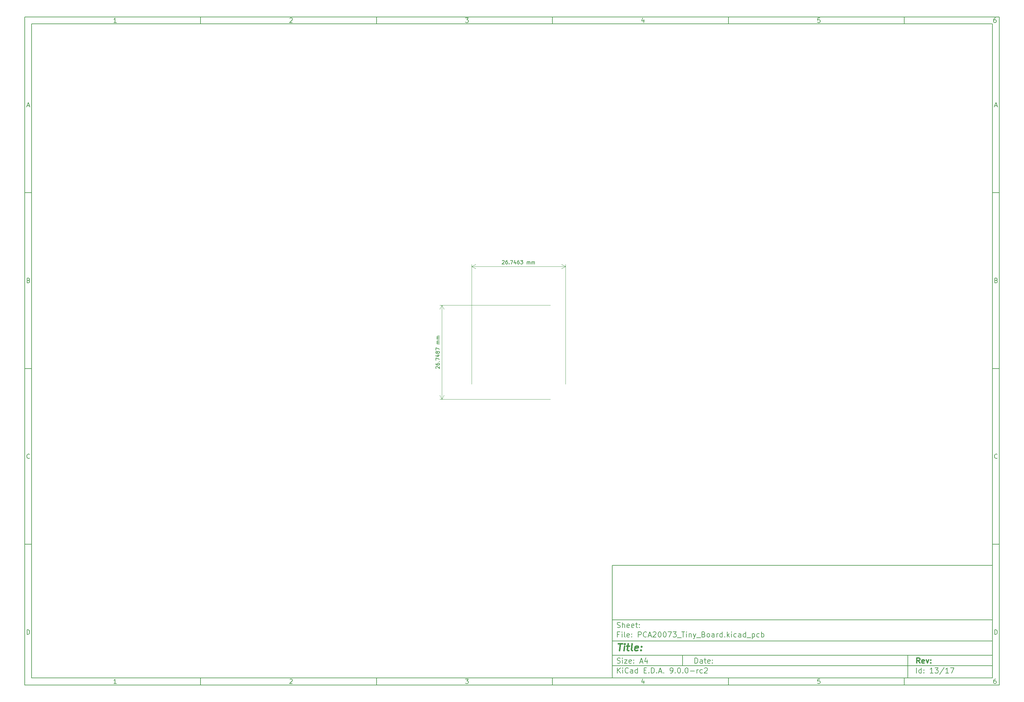
<source format=gbr>
G04 #@! TF.GenerationSoftware,KiCad,Pcbnew,9.0.0-rc2-3baa6cd791~182~ubuntu24.04.1*
G04 #@! TF.CreationDate,2025-02-06T23:09:26-05:00*
G04 #@! TF.ProjectId,PCA20073_Tiny_Board,50434132-3030-4373-935f-54696e795f42,rev?*
G04 #@! TF.SameCoordinates,PX82a22f1PY713a4f2*
G04 #@! TF.FileFunction,OtherDrawing,Comment*
%FSLAX46Y46*%
G04 Gerber Fmt 4.6, Leading zero omitted, Abs format (unit mm)*
G04 Created by KiCad (PCBNEW 9.0.0-rc2-3baa6cd791~182~ubuntu24.04.1) date 2025-02-06 23:09:26*
%MOMM*%
%LPD*%
G01*
G04 APERTURE LIST*
%ADD10C,0.100000*%
%ADD11C,0.150000*%
%ADD12C,0.300000*%
%ADD13C,0.400000*%
G04 APERTURE END LIST*
D10*
D11*
X40023015Y-47279278D02*
X148023015Y-47279278D01*
X148023015Y-79279278D01*
X40023015Y-79279278D01*
X40023015Y-47279278D01*
D10*
D11*
X-126979185Y108727922D02*
X150023015Y108727922D01*
X150023015Y-81279278D01*
X-126979185Y-81279278D01*
X-126979185Y108727922D01*
D10*
D11*
X-124979185Y106727922D02*
X148023015Y106727922D01*
X148023015Y-79279278D01*
X-124979185Y-79279278D01*
X-124979185Y106727922D01*
D10*
D11*
X-76979185Y106727922D02*
X-76979185Y108727922D01*
D10*
D11*
X-26979185Y106727922D02*
X-26979185Y108727922D01*
D10*
D11*
X23020815Y106727922D02*
X23020815Y108727922D01*
D10*
D11*
X73020815Y106727922D02*
X73020815Y108727922D01*
D10*
D11*
X123020815Y106727922D02*
X123020815Y108727922D01*
D10*
D11*
X-100890025Y107134318D02*
X-101632882Y107134318D01*
X-101261454Y107134318D02*
X-101261454Y108434318D01*
X-101261454Y108434318D02*
X-101385263Y108248603D01*
X-101385263Y108248603D02*
X-101509073Y108124794D01*
X-101509073Y108124794D02*
X-101632882Y108062889D01*
D10*
D11*
X-51632882Y108310508D02*
X-51570978Y108372413D01*
X-51570978Y108372413D02*
X-51447168Y108434318D01*
X-51447168Y108434318D02*
X-51137644Y108434318D01*
X-51137644Y108434318D02*
X-51013835Y108372413D01*
X-51013835Y108372413D02*
X-50951930Y108310508D01*
X-50951930Y108310508D02*
X-50890025Y108186699D01*
X-50890025Y108186699D02*
X-50890025Y108062889D01*
X-50890025Y108062889D02*
X-50951930Y107877175D01*
X-50951930Y107877175D02*
X-51694787Y107134318D01*
X-51694787Y107134318D02*
X-50890025Y107134318D01*
D10*
D11*
X-1694787Y108434318D02*
X-890025Y108434318D01*
X-890025Y108434318D02*
X-1323359Y107939080D01*
X-1323359Y107939080D02*
X-1137644Y107939080D01*
X-1137644Y107939080D02*
X-1013835Y107877175D01*
X-1013835Y107877175D02*
X-951930Y107815270D01*
X-951930Y107815270D02*
X-890025Y107691461D01*
X-890025Y107691461D02*
X-890025Y107381937D01*
X-890025Y107381937D02*
X-951930Y107258127D01*
X-951930Y107258127D02*
X-1013835Y107196222D01*
X-1013835Y107196222D02*
X-1137644Y107134318D01*
X-1137644Y107134318D02*
X-1509073Y107134318D01*
X-1509073Y107134318D02*
X-1632882Y107196222D01*
X-1632882Y107196222D02*
X-1694787Y107258127D01*
D10*
D11*
X48986165Y108000984D02*
X48986165Y107134318D01*
X48676641Y108496222D02*
X48367118Y107567651D01*
X48367118Y107567651D02*
X49171879Y107567651D01*
D10*
D11*
X99048070Y108434318D02*
X98429022Y108434318D01*
X98429022Y108434318D02*
X98367118Y107815270D01*
X98367118Y107815270D02*
X98429022Y107877175D01*
X98429022Y107877175D02*
X98552832Y107939080D01*
X98552832Y107939080D02*
X98862356Y107939080D01*
X98862356Y107939080D02*
X98986165Y107877175D01*
X98986165Y107877175D02*
X99048070Y107815270D01*
X99048070Y107815270D02*
X99109975Y107691461D01*
X99109975Y107691461D02*
X99109975Y107381937D01*
X99109975Y107381937D02*
X99048070Y107258127D01*
X99048070Y107258127D02*
X98986165Y107196222D01*
X98986165Y107196222D02*
X98862356Y107134318D01*
X98862356Y107134318D02*
X98552832Y107134318D01*
X98552832Y107134318D02*
X98429022Y107196222D01*
X98429022Y107196222D02*
X98367118Y107258127D01*
D10*
D11*
X148986165Y108434318D02*
X148738546Y108434318D01*
X148738546Y108434318D02*
X148614737Y108372413D01*
X148614737Y108372413D02*
X148552832Y108310508D01*
X148552832Y108310508D02*
X148429022Y108124794D01*
X148429022Y108124794D02*
X148367118Y107877175D01*
X148367118Y107877175D02*
X148367118Y107381937D01*
X148367118Y107381937D02*
X148429022Y107258127D01*
X148429022Y107258127D02*
X148490927Y107196222D01*
X148490927Y107196222D02*
X148614737Y107134318D01*
X148614737Y107134318D02*
X148862356Y107134318D01*
X148862356Y107134318D02*
X148986165Y107196222D01*
X148986165Y107196222D02*
X149048070Y107258127D01*
X149048070Y107258127D02*
X149109975Y107381937D01*
X149109975Y107381937D02*
X149109975Y107691461D01*
X149109975Y107691461D02*
X149048070Y107815270D01*
X149048070Y107815270D02*
X148986165Y107877175D01*
X148986165Y107877175D02*
X148862356Y107939080D01*
X148862356Y107939080D02*
X148614737Y107939080D01*
X148614737Y107939080D02*
X148490927Y107877175D01*
X148490927Y107877175D02*
X148429022Y107815270D01*
X148429022Y107815270D02*
X148367118Y107691461D01*
D10*
D11*
X-76979185Y-79279278D02*
X-76979185Y-81279278D01*
D10*
D11*
X-26979185Y-79279278D02*
X-26979185Y-81279278D01*
D10*
D11*
X23020815Y-79279278D02*
X23020815Y-81279278D01*
D10*
D11*
X73020815Y-79279278D02*
X73020815Y-81279278D01*
D10*
D11*
X123020815Y-79279278D02*
X123020815Y-81279278D01*
D10*
D11*
X-100890025Y-80872882D02*
X-101632882Y-80872882D01*
X-101261454Y-80872882D02*
X-101261454Y-79572882D01*
X-101261454Y-79572882D02*
X-101385263Y-79758597D01*
X-101385263Y-79758597D02*
X-101509073Y-79882406D01*
X-101509073Y-79882406D02*
X-101632882Y-79944311D01*
D10*
D11*
X-51632882Y-79696692D02*
X-51570978Y-79634787D01*
X-51570978Y-79634787D02*
X-51447168Y-79572882D01*
X-51447168Y-79572882D02*
X-51137644Y-79572882D01*
X-51137644Y-79572882D02*
X-51013835Y-79634787D01*
X-51013835Y-79634787D02*
X-50951930Y-79696692D01*
X-50951930Y-79696692D02*
X-50890025Y-79820501D01*
X-50890025Y-79820501D02*
X-50890025Y-79944311D01*
X-50890025Y-79944311D02*
X-50951930Y-80130025D01*
X-50951930Y-80130025D02*
X-51694787Y-80872882D01*
X-51694787Y-80872882D02*
X-50890025Y-80872882D01*
D10*
D11*
X-1694787Y-79572882D02*
X-890025Y-79572882D01*
X-890025Y-79572882D02*
X-1323359Y-80068120D01*
X-1323359Y-80068120D02*
X-1137644Y-80068120D01*
X-1137644Y-80068120D02*
X-1013835Y-80130025D01*
X-1013835Y-80130025D02*
X-951930Y-80191930D01*
X-951930Y-80191930D02*
X-890025Y-80315739D01*
X-890025Y-80315739D02*
X-890025Y-80625263D01*
X-890025Y-80625263D02*
X-951930Y-80749073D01*
X-951930Y-80749073D02*
X-1013835Y-80810978D01*
X-1013835Y-80810978D02*
X-1137644Y-80872882D01*
X-1137644Y-80872882D02*
X-1509073Y-80872882D01*
X-1509073Y-80872882D02*
X-1632882Y-80810978D01*
X-1632882Y-80810978D02*
X-1694787Y-80749073D01*
D10*
D11*
X48986165Y-80006216D02*
X48986165Y-80872882D01*
X48676641Y-79510978D02*
X48367118Y-80439549D01*
X48367118Y-80439549D02*
X49171879Y-80439549D01*
D10*
D11*
X99048070Y-79572882D02*
X98429022Y-79572882D01*
X98429022Y-79572882D02*
X98367118Y-80191930D01*
X98367118Y-80191930D02*
X98429022Y-80130025D01*
X98429022Y-80130025D02*
X98552832Y-80068120D01*
X98552832Y-80068120D02*
X98862356Y-80068120D01*
X98862356Y-80068120D02*
X98986165Y-80130025D01*
X98986165Y-80130025D02*
X99048070Y-80191930D01*
X99048070Y-80191930D02*
X99109975Y-80315739D01*
X99109975Y-80315739D02*
X99109975Y-80625263D01*
X99109975Y-80625263D02*
X99048070Y-80749073D01*
X99048070Y-80749073D02*
X98986165Y-80810978D01*
X98986165Y-80810978D02*
X98862356Y-80872882D01*
X98862356Y-80872882D02*
X98552832Y-80872882D01*
X98552832Y-80872882D02*
X98429022Y-80810978D01*
X98429022Y-80810978D02*
X98367118Y-80749073D01*
D10*
D11*
X148986165Y-79572882D02*
X148738546Y-79572882D01*
X148738546Y-79572882D02*
X148614737Y-79634787D01*
X148614737Y-79634787D02*
X148552832Y-79696692D01*
X148552832Y-79696692D02*
X148429022Y-79882406D01*
X148429022Y-79882406D02*
X148367118Y-80130025D01*
X148367118Y-80130025D02*
X148367118Y-80625263D01*
X148367118Y-80625263D02*
X148429022Y-80749073D01*
X148429022Y-80749073D02*
X148490927Y-80810978D01*
X148490927Y-80810978D02*
X148614737Y-80872882D01*
X148614737Y-80872882D02*
X148862356Y-80872882D01*
X148862356Y-80872882D02*
X148986165Y-80810978D01*
X148986165Y-80810978D02*
X149048070Y-80749073D01*
X149048070Y-80749073D02*
X149109975Y-80625263D01*
X149109975Y-80625263D02*
X149109975Y-80315739D01*
X149109975Y-80315739D02*
X149048070Y-80191930D01*
X149048070Y-80191930D02*
X148986165Y-80130025D01*
X148986165Y-80130025D02*
X148862356Y-80068120D01*
X148862356Y-80068120D02*
X148614737Y-80068120D01*
X148614737Y-80068120D02*
X148490927Y-80130025D01*
X148490927Y-80130025D02*
X148429022Y-80191930D01*
X148429022Y-80191930D02*
X148367118Y-80315739D01*
D10*
D11*
X-126979185Y58727922D02*
X-124979185Y58727922D01*
D10*
D11*
X-126979185Y8727922D02*
X-124979185Y8727922D01*
D10*
D11*
X-126979185Y-41272078D02*
X-124979185Y-41272078D01*
D10*
D11*
X-126288709Y83505746D02*
X-125669662Y83505746D01*
X-126412519Y83134318D02*
X-125979186Y84434318D01*
X-125979186Y84434318D02*
X-125545852Y83134318D01*
D10*
D11*
X-125886328Y33815270D02*
X-125700614Y33753365D01*
X-125700614Y33753365D02*
X-125638709Y33691461D01*
X-125638709Y33691461D02*
X-125576805Y33567651D01*
X-125576805Y33567651D02*
X-125576805Y33381937D01*
X-125576805Y33381937D02*
X-125638709Y33258127D01*
X-125638709Y33258127D02*
X-125700614Y33196222D01*
X-125700614Y33196222D02*
X-125824424Y33134318D01*
X-125824424Y33134318D02*
X-126319662Y33134318D01*
X-126319662Y33134318D02*
X-126319662Y34434318D01*
X-126319662Y34434318D02*
X-125886328Y34434318D01*
X-125886328Y34434318D02*
X-125762519Y34372413D01*
X-125762519Y34372413D02*
X-125700614Y34310508D01*
X-125700614Y34310508D02*
X-125638709Y34186699D01*
X-125638709Y34186699D02*
X-125638709Y34062889D01*
X-125638709Y34062889D02*
X-125700614Y33939080D01*
X-125700614Y33939080D02*
X-125762519Y33877175D01*
X-125762519Y33877175D02*
X-125886328Y33815270D01*
X-125886328Y33815270D02*
X-126319662Y33815270D01*
D10*
D11*
X-125576805Y-16741873D02*
X-125638709Y-16803778D01*
X-125638709Y-16803778D02*
X-125824424Y-16865682D01*
X-125824424Y-16865682D02*
X-125948233Y-16865682D01*
X-125948233Y-16865682D02*
X-126133947Y-16803778D01*
X-126133947Y-16803778D02*
X-126257757Y-16679968D01*
X-126257757Y-16679968D02*
X-126319662Y-16556158D01*
X-126319662Y-16556158D02*
X-126381566Y-16308539D01*
X-126381566Y-16308539D02*
X-126381566Y-16122825D01*
X-126381566Y-16122825D02*
X-126319662Y-15875206D01*
X-126319662Y-15875206D02*
X-126257757Y-15751397D01*
X-126257757Y-15751397D02*
X-126133947Y-15627587D01*
X-126133947Y-15627587D02*
X-125948233Y-15565682D01*
X-125948233Y-15565682D02*
X-125824424Y-15565682D01*
X-125824424Y-15565682D02*
X-125638709Y-15627587D01*
X-125638709Y-15627587D02*
X-125576805Y-15689492D01*
D10*
D11*
X-126319662Y-66865682D02*
X-126319662Y-65565682D01*
X-126319662Y-65565682D02*
X-126010138Y-65565682D01*
X-126010138Y-65565682D02*
X-125824424Y-65627587D01*
X-125824424Y-65627587D02*
X-125700614Y-65751397D01*
X-125700614Y-65751397D02*
X-125638709Y-65875206D01*
X-125638709Y-65875206D02*
X-125576805Y-66122825D01*
X-125576805Y-66122825D02*
X-125576805Y-66308539D01*
X-125576805Y-66308539D02*
X-125638709Y-66556158D01*
X-125638709Y-66556158D02*
X-125700614Y-66679968D01*
X-125700614Y-66679968D02*
X-125824424Y-66803778D01*
X-125824424Y-66803778D02*
X-126010138Y-66865682D01*
X-126010138Y-66865682D02*
X-126319662Y-66865682D01*
D10*
D11*
X150023015Y58727922D02*
X148023015Y58727922D01*
D10*
D11*
X150023015Y8727922D02*
X148023015Y8727922D01*
D10*
D11*
X150023015Y-41272078D02*
X148023015Y-41272078D01*
D10*
D11*
X148713491Y83505746D02*
X149332538Y83505746D01*
X148589681Y83134318D02*
X149023014Y84434318D01*
X149023014Y84434318D02*
X149456348Y83134318D01*
D10*
D11*
X149115872Y33815270D02*
X149301586Y33753365D01*
X149301586Y33753365D02*
X149363491Y33691461D01*
X149363491Y33691461D02*
X149425395Y33567651D01*
X149425395Y33567651D02*
X149425395Y33381937D01*
X149425395Y33381937D02*
X149363491Y33258127D01*
X149363491Y33258127D02*
X149301586Y33196222D01*
X149301586Y33196222D02*
X149177776Y33134318D01*
X149177776Y33134318D02*
X148682538Y33134318D01*
X148682538Y33134318D02*
X148682538Y34434318D01*
X148682538Y34434318D02*
X149115872Y34434318D01*
X149115872Y34434318D02*
X149239681Y34372413D01*
X149239681Y34372413D02*
X149301586Y34310508D01*
X149301586Y34310508D02*
X149363491Y34186699D01*
X149363491Y34186699D02*
X149363491Y34062889D01*
X149363491Y34062889D02*
X149301586Y33939080D01*
X149301586Y33939080D02*
X149239681Y33877175D01*
X149239681Y33877175D02*
X149115872Y33815270D01*
X149115872Y33815270D02*
X148682538Y33815270D01*
D10*
D11*
X149425395Y-16741873D02*
X149363491Y-16803778D01*
X149363491Y-16803778D02*
X149177776Y-16865682D01*
X149177776Y-16865682D02*
X149053967Y-16865682D01*
X149053967Y-16865682D02*
X148868253Y-16803778D01*
X148868253Y-16803778D02*
X148744443Y-16679968D01*
X148744443Y-16679968D02*
X148682538Y-16556158D01*
X148682538Y-16556158D02*
X148620634Y-16308539D01*
X148620634Y-16308539D02*
X148620634Y-16122825D01*
X148620634Y-16122825D02*
X148682538Y-15875206D01*
X148682538Y-15875206D02*
X148744443Y-15751397D01*
X148744443Y-15751397D02*
X148868253Y-15627587D01*
X148868253Y-15627587D02*
X149053967Y-15565682D01*
X149053967Y-15565682D02*
X149177776Y-15565682D01*
X149177776Y-15565682D02*
X149363491Y-15627587D01*
X149363491Y-15627587D02*
X149425395Y-15689492D01*
D10*
D11*
X148682538Y-66865682D02*
X148682538Y-65565682D01*
X148682538Y-65565682D02*
X148992062Y-65565682D01*
X148992062Y-65565682D02*
X149177776Y-65627587D01*
X149177776Y-65627587D02*
X149301586Y-65751397D01*
X149301586Y-65751397D02*
X149363491Y-65875206D01*
X149363491Y-65875206D02*
X149425395Y-66122825D01*
X149425395Y-66122825D02*
X149425395Y-66308539D01*
X149425395Y-66308539D02*
X149363491Y-66556158D01*
X149363491Y-66556158D02*
X149301586Y-66679968D01*
X149301586Y-66679968D02*
X149177776Y-66803778D01*
X149177776Y-66803778D02*
X148992062Y-66865682D01*
X148992062Y-66865682D02*
X148682538Y-66865682D01*
D10*
D11*
X63478841Y-75065406D02*
X63478841Y-73565406D01*
X63478841Y-73565406D02*
X63835984Y-73565406D01*
X63835984Y-73565406D02*
X64050270Y-73636835D01*
X64050270Y-73636835D02*
X64193127Y-73779692D01*
X64193127Y-73779692D02*
X64264556Y-73922549D01*
X64264556Y-73922549D02*
X64335984Y-74208263D01*
X64335984Y-74208263D02*
X64335984Y-74422549D01*
X64335984Y-74422549D02*
X64264556Y-74708263D01*
X64264556Y-74708263D02*
X64193127Y-74851120D01*
X64193127Y-74851120D02*
X64050270Y-74993978D01*
X64050270Y-74993978D02*
X63835984Y-75065406D01*
X63835984Y-75065406D02*
X63478841Y-75065406D01*
X65621699Y-75065406D02*
X65621699Y-74279692D01*
X65621699Y-74279692D02*
X65550270Y-74136835D01*
X65550270Y-74136835D02*
X65407413Y-74065406D01*
X65407413Y-74065406D02*
X65121699Y-74065406D01*
X65121699Y-74065406D02*
X64978841Y-74136835D01*
X65621699Y-74993978D02*
X65478841Y-75065406D01*
X65478841Y-75065406D02*
X65121699Y-75065406D01*
X65121699Y-75065406D02*
X64978841Y-74993978D01*
X64978841Y-74993978D02*
X64907413Y-74851120D01*
X64907413Y-74851120D02*
X64907413Y-74708263D01*
X64907413Y-74708263D02*
X64978841Y-74565406D01*
X64978841Y-74565406D02*
X65121699Y-74493978D01*
X65121699Y-74493978D02*
X65478841Y-74493978D01*
X65478841Y-74493978D02*
X65621699Y-74422549D01*
X66121699Y-74065406D02*
X66693127Y-74065406D01*
X66335984Y-73565406D02*
X66335984Y-74851120D01*
X66335984Y-74851120D02*
X66407413Y-74993978D01*
X66407413Y-74993978D02*
X66550270Y-75065406D01*
X66550270Y-75065406D02*
X66693127Y-75065406D01*
X67764556Y-74993978D02*
X67621699Y-75065406D01*
X67621699Y-75065406D02*
X67335985Y-75065406D01*
X67335985Y-75065406D02*
X67193127Y-74993978D01*
X67193127Y-74993978D02*
X67121699Y-74851120D01*
X67121699Y-74851120D02*
X67121699Y-74279692D01*
X67121699Y-74279692D02*
X67193127Y-74136835D01*
X67193127Y-74136835D02*
X67335985Y-74065406D01*
X67335985Y-74065406D02*
X67621699Y-74065406D01*
X67621699Y-74065406D02*
X67764556Y-74136835D01*
X67764556Y-74136835D02*
X67835985Y-74279692D01*
X67835985Y-74279692D02*
X67835985Y-74422549D01*
X67835985Y-74422549D02*
X67121699Y-74565406D01*
X68478841Y-74922549D02*
X68550270Y-74993978D01*
X68550270Y-74993978D02*
X68478841Y-75065406D01*
X68478841Y-75065406D02*
X68407413Y-74993978D01*
X68407413Y-74993978D02*
X68478841Y-74922549D01*
X68478841Y-74922549D02*
X68478841Y-75065406D01*
X68478841Y-74136835D02*
X68550270Y-74208263D01*
X68550270Y-74208263D02*
X68478841Y-74279692D01*
X68478841Y-74279692D02*
X68407413Y-74208263D01*
X68407413Y-74208263D02*
X68478841Y-74136835D01*
X68478841Y-74136835D02*
X68478841Y-74279692D01*
D10*
D11*
X40023015Y-75779278D02*
X148023015Y-75779278D01*
D10*
D11*
X41478841Y-77865406D02*
X41478841Y-76365406D01*
X42335984Y-77865406D02*
X41693127Y-77008263D01*
X42335984Y-76365406D02*
X41478841Y-77222549D01*
X42978841Y-77865406D02*
X42978841Y-76865406D01*
X42978841Y-76365406D02*
X42907413Y-76436835D01*
X42907413Y-76436835D02*
X42978841Y-76508263D01*
X42978841Y-76508263D02*
X43050270Y-76436835D01*
X43050270Y-76436835D02*
X42978841Y-76365406D01*
X42978841Y-76365406D02*
X42978841Y-76508263D01*
X44550270Y-77722549D02*
X44478842Y-77793978D01*
X44478842Y-77793978D02*
X44264556Y-77865406D01*
X44264556Y-77865406D02*
X44121699Y-77865406D01*
X44121699Y-77865406D02*
X43907413Y-77793978D01*
X43907413Y-77793978D02*
X43764556Y-77651120D01*
X43764556Y-77651120D02*
X43693127Y-77508263D01*
X43693127Y-77508263D02*
X43621699Y-77222549D01*
X43621699Y-77222549D02*
X43621699Y-77008263D01*
X43621699Y-77008263D02*
X43693127Y-76722549D01*
X43693127Y-76722549D02*
X43764556Y-76579692D01*
X43764556Y-76579692D02*
X43907413Y-76436835D01*
X43907413Y-76436835D02*
X44121699Y-76365406D01*
X44121699Y-76365406D02*
X44264556Y-76365406D01*
X44264556Y-76365406D02*
X44478842Y-76436835D01*
X44478842Y-76436835D02*
X44550270Y-76508263D01*
X45835985Y-77865406D02*
X45835985Y-77079692D01*
X45835985Y-77079692D02*
X45764556Y-76936835D01*
X45764556Y-76936835D02*
X45621699Y-76865406D01*
X45621699Y-76865406D02*
X45335985Y-76865406D01*
X45335985Y-76865406D02*
X45193127Y-76936835D01*
X45835985Y-77793978D02*
X45693127Y-77865406D01*
X45693127Y-77865406D02*
X45335985Y-77865406D01*
X45335985Y-77865406D02*
X45193127Y-77793978D01*
X45193127Y-77793978D02*
X45121699Y-77651120D01*
X45121699Y-77651120D02*
X45121699Y-77508263D01*
X45121699Y-77508263D02*
X45193127Y-77365406D01*
X45193127Y-77365406D02*
X45335985Y-77293978D01*
X45335985Y-77293978D02*
X45693127Y-77293978D01*
X45693127Y-77293978D02*
X45835985Y-77222549D01*
X47193128Y-77865406D02*
X47193128Y-76365406D01*
X47193128Y-77793978D02*
X47050270Y-77865406D01*
X47050270Y-77865406D02*
X46764556Y-77865406D01*
X46764556Y-77865406D02*
X46621699Y-77793978D01*
X46621699Y-77793978D02*
X46550270Y-77722549D01*
X46550270Y-77722549D02*
X46478842Y-77579692D01*
X46478842Y-77579692D02*
X46478842Y-77151120D01*
X46478842Y-77151120D02*
X46550270Y-77008263D01*
X46550270Y-77008263D02*
X46621699Y-76936835D01*
X46621699Y-76936835D02*
X46764556Y-76865406D01*
X46764556Y-76865406D02*
X47050270Y-76865406D01*
X47050270Y-76865406D02*
X47193128Y-76936835D01*
X49050270Y-77079692D02*
X49550270Y-77079692D01*
X49764556Y-77865406D02*
X49050270Y-77865406D01*
X49050270Y-77865406D02*
X49050270Y-76365406D01*
X49050270Y-76365406D02*
X49764556Y-76365406D01*
X50407413Y-77722549D02*
X50478842Y-77793978D01*
X50478842Y-77793978D02*
X50407413Y-77865406D01*
X50407413Y-77865406D02*
X50335985Y-77793978D01*
X50335985Y-77793978D02*
X50407413Y-77722549D01*
X50407413Y-77722549D02*
X50407413Y-77865406D01*
X51121699Y-77865406D02*
X51121699Y-76365406D01*
X51121699Y-76365406D02*
X51478842Y-76365406D01*
X51478842Y-76365406D02*
X51693128Y-76436835D01*
X51693128Y-76436835D02*
X51835985Y-76579692D01*
X51835985Y-76579692D02*
X51907414Y-76722549D01*
X51907414Y-76722549D02*
X51978842Y-77008263D01*
X51978842Y-77008263D02*
X51978842Y-77222549D01*
X51978842Y-77222549D02*
X51907414Y-77508263D01*
X51907414Y-77508263D02*
X51835985Y-77651120D01*
X51835985Y-77651120D02*
X51693128Y-77793978D01*
X51693128Y-77793978D02*
X51478842Y-77865406D01*
X51478842Y-77865406D02*
X51121699Y-77865406D01*
X52621699Y-77722549D02*
X52693128Y-77793978D01*
X52693128Y-77793978D02*
X52621699Y-77865406D01*
X52621699Y-77865406D02*
X52550271Y-77793978D01*
X52550271Y-77793978D02*
X52621699Y-77722549D01*
X52621699Y-77722549D02*
X52621699Y-77865406D01*
X53264557Y-77436835D02*
X53978843Y-77436835D01*
X53121700Y-77865406D02*
X53621700Y-76365406D01*
X53621700Y-76365406D02*
X54121700Y-77865406D01*
X54621699Y-77722549D02*
X54693128Y-77793978D01*
X54693128Y-77793978D02*
X54621699Y-77865406D01*
X54621699Y-77865406D02*
X54550271Y-77793978D01*
X54550271Y-77793978D02*
X54621699Y-77722549D01*
X54621699Y-77722549D02*
X54621699Y-77865406D01*
X56550271Y-77865406D02*
X56835985Y-77865406D01*
X56835985Y-77865406D02*
X56978842Y-77793978D01*
X56978842Y-77793978D02*
X57050271Y-77722549D01*
X57050271Y-77722549D02*
X57193128Y-77508263D01*
X57193128Y-77508263D02*
X57264557Y-77222549D01*
X57264557Y-77222549D02*
X57264557Y-76651120D01*
X57264557Y-76651120D02*
X57193128Y-76508263D01*
X57193128Y-76508263D02*
X57121700Y-76436835D01*
X57121700Y-76436835D02*
X56978842Y-76365406D01*
X56978842Y-76365406D02*
X56693128Y-76365406D01*
X56693128Y-76365406D02*
X56550271Y-76436835D01*
X56550271Y-76436835D02*
X56478842Y-76508263D01*
X56478842Y-76508263D02*
X56407414Y-76651120D01*
X56407414Y-76651120D02*
X56407414Y-77008263D01*
X56407414Y-77008263D02*
X56478842Y-77151120D01*
X56478842Y-77151120D02*
X56550271Y-77222549D01*
X56550271Y-77222549D02*
X56693128Y-77293978D01*
X56693128Y-77293978D02*
X56978842Y-77293978D01*
X56978842Y-77293978D02*
X57121700Y-77222549D01*
X57121700Y-77222549D02*
X57193128Y-77151120D01*
X57193128Y-77151120D02*
X57264557Y-77008263D01*
X57907413Y-77722549D02*
X57978842Y-77793978D01*
X57978842Y-77793978D02*
X57907413Y-77865406D01*
X57907413Y-77865406D02*
X57835985Y-77793978D01*
X57835985Y-77793978D02*
X57907413Y-77722549D01*
X57907413Y-77722549D02*
X57907413Y-77865406D01*
X58907414Y-76365406D02*
X59050271Y-76365406D01*
X59050271Y-76365406D02*
X59193128Y-76436835D01*
X59193128Y-76436835D02*
X59264557Y-76508263D01*
X59264557Y-76508263D02*
X59335985Y-76651120D01*
X59335985Y-76651120D02*
X59407414Y-76936835D01*
X59407414Y-76936835D02*
X59407414Y-77293978D01*
X59407414Y-77293978D02*
X59335985Y-77579692D01*
X59335985Y-77579692D02*
X59264557Y-77722549D01*
X59264557Y-77722549D02*
X59193128Y-77793978D01*
X59193128Y-77793978D02*
X59050271Y-77865406D01*
X59050271Y-77865406D02*
X58907414Y-77865406D01*
X58907414Y-77865406D02*
X58764557Y-77793978D01*
X58764557Y-77793978D02*
X58693128Y-77722549D01*
X58693128Y-77722549D02*
X58621699Y-77579692D01*
X58621699Y-77579692D02*
X58550271Y-77293978D01*
X58550271Y-77293978D02*
X58550271Y-76936835D01*
X58550271Y-76936835D02*
X58621699Y-76651120D01*
X58621699Y-76651120D02*
X58693128Y-76508263D01*
X58693128Y-76508263D02*
X58764557Y-76436835D01*
X58764557Y-76436835D02*
X58907414Y-76365406D01*
X60050270Y-77722549D02*
X60121699Y-77793978D01*
X60121699Y-77793978D02*
X60050270Y-77865406D01*
X60050270Y-77865406D02*
X59978842Y-77793978D01*
X59978842Y-77793978D02*
X60050270Y-77722549D01*
X60050270Y-77722549D02*
X60050270Y-77865406D01*
X61050271Y-76365406D02*
X61193128Y-76365406D01*
X61193128Y-76365406D02*
X61335985Y-76436835D01*
X61335985Y-76436835D02*
X61407414Y-76508263D01*
X61407414Y-76508263D02*
X61478842Y-76651120D01*
X61478842Y-76651120D02*
X61550271Y-76936835D01*
X61550271Y-76936835D02*
X61550271Y-77293978D01*
X61550271Y-77293978D02*
X61478842Y-77579692D01*
X61478842Y-77579692D02*
X61407414Y-77722549D01*
X61407414Y-77722549D02*
X61335985Y-77793978D01*
X61335985Y-77793978D02*
X61193128Y-77865406D01*
X61193128Y-77865406D02*
X61050271Y-77865406D01*
X61050271Y-77865406D02*
X60907414Y-77793978D01*
X60907414Y-77793978D02*
X60835985Y-77722549D01*
X60835985Y-77722549D02*
X60764556Y-77579692D01*
X60764556Y-77579692D02*
X60693128Y-77293978D01*
X60693128Y-77293978D02*
X60693128Y-76936835D01*
X60693128Y-76936835D02*
X60764556Y-76651120D01*
X60764556Y-76651120D02*
X60835985Y-76508263D01*
X60835985Y-76508263D02*
X60907414Y-76436835D01*
X60907414Y-76436835D02*
X61050271Y-76365406D01*
X62193127Y-77293978D02*
X63335985Y-77293978D01*
X64050270Y-77865406D02*
X64050270Y-76865406D01*
X64050270Y-77151120D02*
X64121699Y-77008263D01*
X64121699Y-77008263D02*
X64193128Y-76936835D01*
X64193128Y-76936835D02*
X64335985Y-76865406D01*
X64335985Y-76865406D02*
X64478842Y-76865406D01*
X65621699Y-77793978D02*
X65478841Y-77865406D01*
X65478841Y-77865406D02*
X65193127Y-77865406D01*
X65193127Y-77865406D02*
X65050270Y-77793978D01*
X65050270Y-77793978D02*
X64978841Y-77722549D01*
X64978841Y-77722549D02*
X64907413Y-77579692D01*
X64907413Y-77579692D02*
X64907413Y-77151120D01*
X64907413Y-77151120D02*
X64978841Y-77008263D01*
X64978841Y-77008263D02*
X65050270Y-76936835D01*
X65050270Y-76936835D02*
X65193127Y-76865406D01*
X65193127Y-76865406D02*
X65478841Y-76865406D01*
X65478841Y-76865406D02*
X65621699Y-76936835D01*
X66193127Y-76508263D02*
X66264555Y-76436835D01*
X66264555Y-76436835D02*
X66407413Y-76365406D01*
X66407413Y-76365406D02*
X66764555Y-76365406D01*
X66764555Y-76365406D02*
X66907413Y-76436835D01*
X66907413Y-76436835D02*
X66978841Y-76508263D01*
X66978841Y-76508263D02*
X67050270Y-76651120D01*
X67050270Y-76651120D02*
X67050270Y-76793978D01*
X67050270Y-76793978D02*
X66978841Y-77008263D01*
X66978841Y-77008263D02*
X66121698Y-77865406D01*
X66121698Y-77865406D02*
X67050270Y-77865406D01*
D10*
D11*
X40023015Y-72779278D02*
X148023015Y-72779278D01*
D10*
D12*
X127434668Y-75057606D02*
X126934668Y-74343320D01*
X126577525Y-75057606D02*
X126577525Y-73557606D01*
X126577525Y-73557606D02*
X127148954Y-73557606D01*
X127148954Y-73557606D02*
X127291811Y-73629035D01*
X127291811Y-73629035D02*
X127363240Y-73700463D01*
X127363240Y-73700463D02*
X127434668Y-73843320D01*
X127434668Y-73843320D02*
X127434668Y-74057606D01*
X127434668Y-74057606D02*
X127363240Y-74200463D01*
X127363240Y-74200463D02*
X127291811Y-74271892D01*
X127291811Y-74271892D02*
X127148954Y-74343320D01*
X127148954Y-74343320D02*
X126577525Y-74343320D01*
X128648954Y-74986178D02*
X128506097Y-75057606D01*
X128506097Y-75057606D02*
X128220383Y-75057606D01*
X128220383Y-75057606D02*
X128077525Y-74986178D01*
X128077525Y-74986178D02*
X128006097Y-74843320D01*
X128006097Y-74843320D02*
X128006097Y-74271892D01*
X128006097Y-74271892D02*
X128077525Y-74129035D01*
X128077525Y-74129035D02*
X128220383Y-74057606D01*
X128220383Y-74057606D02*
X128506097Y-74057606D01*
X128506097Y-74057606D02*
X128648954Y-74129035D01*
X128648954Y-74129035D02*
X128720383Y-74271892D01*
X128720383Y-74271892D02*
X128720383Y-74414749D01*
X128720383Y-74414749D02*
X128006097Y-74557606D01*
X129220382Y-74057606D02*
X129577525Y-75057606D01*
X129577525Y-75057606D02*
X129934668Y-74057606D01*
X130506096Y-74914749D02*
X130577525Y-74986178D01*
X130577525Y-74986178D02*
X130506096Y-75057606D01*
X130506096Y-75057606D02*
X130434668Y-74986178D01*
X130434668Y-74986178D02*
X130506096Y-74914749D01*
X130506096Y-74914749D02*
X130506096Y-75057606D01*
X130506096Y-74129035D02*
X130577525Y-74200463D01*
X130577525Y-74200463D02*
X130506096Y-74271892D01*
X130506096Y-74271892D02*
X130434668Y-74200463D01*
X130434668Y-74200463D02*
X130506096Y-74129035D01*
X130506096Y-74129035D02*
X130506096Y-74271892D01*
D10*
D11*
X41407413Y-74993978D02*
X41621699Y-75065406D01*
X41621699Y-75065406D02*
X41978841Y-75065406D01*
X41978841Y-75065406D02*
X42121699Y-74993978D01*
X42121699Y-74993978D02*
X42193127Y-74922549D01*
X42193127Y-74922549D02*
X42264556Y-74779692D01*
X42264556Y-74779692D02*
X42264556Y-74636835D01*
X42264556Y-74636835D02*
X42193127Y-74493978D01*
X42193127Y-74493978D02*
X42121699Y-74422549D01*
X42121699Y-74422549D02*
X41978841Y-74351120D01*
X41978841Y-74351120D02*
X41693127Y-74279692D01*
X41693127Y-74279692D02*
X41550270Y-74208263D01*
X41550270Y-74208263D02*
X41478841Y-74136835D01*
X41478841Y-74136835D02*
X41407413Y-73993978D01*
X41407413Y-73993978D02*
X41407413Y-73851120D01*
X41407413Y-73851120D02*
X41478841Y-73708263D01*
X41478841Y-73708263D02*
X41550270Y-73636835D01*
X41550270Y-73636835D02*
X41693127Y-73565406D01*
X41693127Y-73565406D02*
X42050270Y-73565406D01*
X42050270Y-73565406D02*
X42264556Y-73636835D01*
X42907412Y-75065406D02*
X42907412Y-74065406D01*
X42907412Y-73565406D02*
X42835984Y-73636835D01*
X42835984Y-73636835D02*
X42907412Y-73708263D01*
X42907412Y-73708263D02*
X42978841Y-73636835D01*
X42978841Y-73636835D02*
X42907412Y-73565406D01*
X42907412Y-73565406D02*
X42907412Y-73708263D01*
X43478841Y-74065406D02*
X44264556Y-74065406D01*
X44264556Y-74065406D02*
X43478841Y-75065406D01*
X43478841Y-75065406D02*
X44264556Y-75065406D01*
X45407413Y-74993978D02*
X45264556Y-75065406D01*
X45264556Y-75065406D02*
X44978842Y-75065406D01*
X44978842Y-75065406D02*
X44835984Y-74993978D01*
X44835984Y-74993978D02*
X44764556Y-74851120D01*
X44764556Y-74851120D02*
X44764556Y-74279692D01*
X44764556Y-74279692D02*
X44835984Y-74136835D01*
X44835984Y-74136835D02*
X44978842Y-74065406D01*
X44978842Y-74065406D02*
X45264556Y-74065406D01*
X45264556Y-74065406D02*
X45407413Y-74136835D01*
X45407413Y-74136835D02*
X45478842Y-74279692D01*
X45478842Y-74279692D02*
X45478842Y-74422549D01*
X45478842Y-74422549D02*
X44764556Y-74565406D01*
X46121698Y-74922549D02*
X46193127Y-74993978D01*
X46193127Y-74993978D02*
X46121698Y-75065406D01*
X46121698Y-75065406D02*
X46050270Y-74993978D01*
X46050270Y-74993978D02*
X46121698Y-74922549D01*
X46121698Y-74922549D02*
X46121698Y-75065406D01*
X46121698Y-74136835D02*
X46193127Y-74208263D01*
X46193127Y-74208263D02*
X46121698Y-74279692D01*
X46121698Y-74279692D02*
X46050270Y-74208263D01*
X46050270Y-74208263D02*
X46121698Y-74136835D01*
X46121698Y-74136835D02*
X46121698Y-74279692D01*
X47907413Y-74636835D02*
X48621699Y-74636835D01*
X47764556Y-75065406D02*
X48264556Y-73565406D01*
X48264556Y-73565406D02*
X48764556Y-75065406D01*
X49907413Y-74065406D02*
X49907413Y-75065406D01*
X49550270Y-73493978D02*
X49193127Y-74565406D01*
X49193127Y-74565406D02*
X50121698Y-74565406D01*
D10*
D11*
X126478841Y-77865406D02*
X126478841Y-76365406D01*
X127835985Y-77865406D02*
X127835985Y-76365406D01*
X127835985Y-77793978D02*
X127693127Y-77865406D01*
X127693127Y-77865406D02*
X127407413Y-77865406D01*
X127407413Y-77865406D02*
X127264556Y-77793978D01*
X127264556Y-77793978D02*
X127193127Y-77722549D01*
X127193127Y-77722549D02*
X127121699Y-77579692D01*
X127121699Y-77579692D02*
X127121699Y-77151120D01*
X127121699Y-77151120D02*
X127193127Y-77008263D01*
X127193127Y-77008263D02*
X127264556Y-76936835D01*
X127264556Y-76936835D02*
X127407413Y-76865406D01*
X127407413Y-76865406D02*
X127693127Y-76865406D01*
X127693127Y-76865406D02*
X127835985Y-76936835D01*
X128550270Y-77722549D02*
X128621699Y-77793978D01*
X128621699Y-77793978D02*
X128550270Y-77865406D01*
X128550270Y-77865406D02*
X128478842Y-77793978D01*
X128478842Y-77793978D02*
X128550270Y-77722549D01*
X128550270Y-77722549D02*
X128550270Y-77865406D01*
X128550270Y-76936835D02*
X128621699Y-77008263D01*
X128621699Y-77008263D02*
X128550270Y-77079692D01*
X128550270Y-77079692D02*
X128478842Y-77008263D01*
X128478842Y-77008263D02*
X128550270Y-76936835D01*
X128550270Y-76936835D02*
X128550270Y-77079692D01*
X131193128Y-77865406D02*
X130335985Y-77865406D01*
X130764556Y-77865406D02*
X130764556Y-76365406D01*
X130764556Y-76365406D02*
X130621699Y-76579692D01*
X130621699Y-76579692D02*
X130478842Y-76722549D01*
X130478842Y-76722549D02*
X130335985Y-76793978D01*
X131693127Y-76365406D02*
X132621699Y-76365406D01*
X132621699Y-76365406D02*
X132121699Y-76936835D01*
X132121699Y-76936835D02*
X132335984Y-76936835D01*
X132335984Y-76936835D02*
X132478842Y-77008263D01*
X132478842Y-77008263D02*
X132550270Y-77079692D01*
X132550270Y-77079692D02*
X132621699Y-77222549D01*
X132621699Y-77222549D02*
X132621699Y-77579692D01*
X132621699Y-77579692D02*
X132550270Y-77722549D01*
X132550270Y-77722549D02*
X132478842Y-77793978D01*
X132478842Y-77793978D02*
X132335984Y-77865406D01*
X132335984Y-77865406D02*
X131907413Y-77865406D01*
X131907413Y-77865406D02*
X131764556Y-77793978D01*
X131764556Y-77793978D02*
X131693127Y-77722549D01*
X134335984Y-76293978D02*
X133050270Y-78222549D01*
X135621699Y-77865406D02*
X134764556Y-77865406D01*
X135193127Y-77865406D02*
X135193127Y-76365406D01*
X135193127Y-76365406D02*
X135050270Y-76579692D01*
X135050270Y-76579692D02*
X134907413Y-76722549D01*
X134907413Y-76722549D02*
X134764556Y-76793978D01*
X136121698Y-76365406D02*
X137121698Y-76365406D01*
X137121698Y-76365406D02*
X136478841Y-77865406D01*
D10*
D11*
X40023015Y-68779278D02*
X148023015Y-68779278D01*
D10*
D13*
X41714743Y-69483716D02*
X42857600Y-69483716D01*
X42036172Y-71483716D02*
X42286172Y-69483716D01*
X43274267Y-71483716D02*
X43440934Y-70150382D01*
X43524267Y-69483716D02*
X43417124Y-69578954D01*
X43417124Y-69578954D02*
X43500458Y-69674192D01*
X43500458Y-69674192D02*
X43607601Y-69578954D01*
X43607601Y-69578954D02*
X43524267Y-69483716D01*
X43524267Y-69483716D02*
X43500458Y-69674192D01*
X44107601Y-70150382D02*
X44869505Y-70150382D01*
X44476648Y-69483716D02*
X44262363Y-71198001D01*
X44262363Y-71198001D02*
X44333791Y-71388478D01*
X44333791Y-71388478D02*
X44512363Y-71483716D01*
X44512363Y-71483716D02*
X44702839Y-71483716D01*
X45655220Y-71483716D02*
X45476648Y-71388478D01*
X45476648Y-71388478D02*
X45405220Y-71198001D01*
X45405220Y-71198001D02*
X45619505Y-69483716D01*
X47190934Y-71388478D02*
X46988553Y-71483716D01*
X46988553Y-71483716D02*
X46607600Y-71483716D01*
X46607600Y-71483716D02*
X46429029Y-71388478D01*
X46429029Y-71388478D02*
X46357600Y-71198001D01*
X46357600Y-71198001D02*
X46452839Y-70436097D01*
X46452839Y-70436097D02*
X46571886Y-70245620D01*
X46571886Y-70245620D02*
X46774267Y-70150382D01*
X46774267Y-70150382D02*
X47155219Y-70150382D01*
X47155219Y-70150382D02*
X47333791Y-70245620D01*
X47333791Y-70245620D02*
X47405219Y-70436097D01*
X47405219Y-70436097D02*
X47381410Y-70626573D01*
X47381410Y-70626573D02*
X46405219Y-70817049D01*
X48155220Y-71293239D02*
X48238553Y-71388478D01*
X48238553Y-71388478D02*
X48131410Y-71483716D01*
X48131410Y-71483716D02*
X48048077Y-71388478D01*
X48048077Y-71388478D02*
X48155220Y-71293239D01*
X48155220Y-71293239D02*
X48131410Y-71483716D01*
X48286172Y-70245620D02*
X48369505Y-70340858D01*
X48369505Y-70340858D02*
X48262363Y-70436097D01*
X48262363Y-70436097D02*
X48179029Y-70340858D01*
X48179029Y-70340858D02*
X48286172Y-70245620D01*
X48286172Y-70245620D02*
X48262363Y-70436097D01*
D10*
D11*
X41978841Y-66879692D02*
X41478841Y-66879692D01*
X41478841Y-67665406D02*
X41478841Y-66165406D01*
X41478841Y-66165406D02*
X42193127Y-66165406D01*
X42764555Y-67665406D02*
X42764555Y-66665406D01*
X42764555Y-66165406D02*
X42693127Y-66236835D01*
X42693127Y-66236835D02*
X42764555Y-66308263D01*
X42764555Y-66308263D02*
X42835984Y-66236835D01*
X42835984Y-66236835D02*
X42764555Y-66165406D01*
X42764555Y-66165406D02*
X42764555Y-66308263D01*
X43693127Y-67665406D02*
X43550270Y-67593978D01*
X43550270Y-67593978D02*
X43478841Y-67451120D01*
X43478841Y-67451120D02*
X43478841Y-66165406D01*
X44835984Y-67593978D02*
X44693127Y-67665406D01*
X44693127Y-67665406D02*
X44407413Y-67665406D01*
X44407413Y-67665406D02*
X44264555Y-67593978D01*
X44264555Y-67593978D02*
X44193127Y-67451120D01*
X44193127Y-67451120D02*
X44193127Y-66879692D01*
X44193127Y-66879692D02*
X44264555Y-66736835D01*
X44264555Y-66736835D02*
X44407413Y-66665406D01*
X44407413Y-66665406D02*
X44693127Y-66665406D01*
X44693127Y-66665406D02*
X44835984Y-66736835D01*
X44835984Y-66736835D02*
X44907413Y-66879692D01*
X44907413Y-66879692D02*
X44907413Y-67022549D01*
X44907413Y-67022549D02*
X44193127Y-67165406D01*
X45550269Y-67522549D02*
X45621698Y-67593978D01*
X45621698Y-67593978D02*
X45550269Y-67665406D01*
X45550269Y-67665406D02*
X45478841Y-67593978D01*
X45478841Y-67593978D02*
X45550269Y-67522549D01*
X45550269Y-67522549D02*
X45550269Y-67665406D01*
X45550269Y-66736835D02*
X45621698Y-66808263D01*
X45621698Y-66808263D02*
X45550269Y-66879692D01*
X45550269Y-66879692D02*
X45478841Y-66808263D01*
X45478841Y-66808263D02*
X45550269Y-66736835D01*
X45550269Y-66736835D02*
X45550269Y-66879692D01*
X47407412Y-67665406D02*
X47407412Y-66165406D01*
X47407412Y-66165406D02*
X47978841Y-66165406D01*
X47978841Y-66165406D02*
X48121698Y-66236835D01*
X48121698Y-66236835D02*
X48193127Y-66308263D01*
X48193127Y-66308263D02*
X48264555Y-66451120D01*
X48264555Y-66451120D02*
X48264555Y-66665406D01*
X48264555Y-66665406D02*
X48193127Y-66808263D01*
X48193127Y-66808263D02*
X48121698Y-66879692D01*
X48121698Y-66879692D02*
X47978841Y-66951120D01*
X47978841Y-66951120D02*
X47407412Y-66951120D01*
X49764555Y-67522549D02*
X49693127Y-67593978D01*
X49693127Y-67593978D02*
X49478841Y-67665406D01*
X49478841Y-67665406D02*
X49335984Y-67665406D01*
X49335984Y-67665406D02*
X49121698Y-67593978D01*
X49121698Y-67593978D02*
X48978841Y-67451120D01*
X48978841Y-67451120D02*
X48907412Y-67308263D01*
X48907412Y-67308263D02*
X48835984Y-67022549D01*
X48835984Y-67022549D02*
X48835984Y-66808263D01*
X48835984Y-66808263D02*
X48907412Y-66522549D01*
X48907412Y-66522549D02*
X48978841Y-66379692D01*
X48978841Y-66379692D02*
X49121698Y-66236835D01*
X49121698Y-66236835D02*
X49335984Y-66165406D01*
X49335984Y-66165406D02*
X49478841Y-66165406D01*
X49478841Y-66165406D02*
X49693127Y-66236835D01*
X49693127Y-66236835D02*
X49764555Y-66308263D01*
X50335984Y-67236835D02*
X51050270Y-67236835D01*
X50193127Y-67665406D02*
X50693127Y-66165406D01*
X50693127Y-66165406D02*
X51193127Y-67665406D01*
X51621698Y-66308263D02*
X51693126Y-66236835D01*
X51693126Y-66236835D02*
X51835984Y-66165406D01*
X51835984Y-66165406D02*
X52193126Y-66165406D01*
X52193126Y-66165406D02*
X52335984Y-66236835D01*
X52335984Y-66236835D02*
X52407412Y-66308263D01*
X52407412Y-66308263D02*
X52478841Y-66451120D01*
X52478841Y-66451120D02*
X52478841Y-66593978D01*
X52478841Y-66593978D02*
X52407412Y-66808263D01*
X52407412Y-66808263D02*
X51550269Y-67665406D01*
X51550269Y-67665406D02*
X52478841Y-67665406D01*
X53407412Y-66165406D02*
X53550269Y-66165406D01*
X53550269Y-66165406D02*
X53693126Y-66236835D01*
X53693126Y-66236835D02*
X53764555Y-66308263D01*
X53764555Y-66308263D02*
X53835983Y-66451120D01*
X53835983Y-66451120D02*
X53907412Y-66736835D01*
X53907412Y-66736835D02*
X53907412Y-67093978D01*
X53907412Y-67093978D02*
X53835983Y-67379692D01*
X53835983Y-67379692D02*
X53764555Y-67522549D01*
X53764555Y-67522549D02*
X53693126Y-67593978D01*
X53693126Y-67593978D02*
X53550269Y-67665406D01*
X53550269Y-67665406D02*
X53407412Y-67665406D01*
X53407412Y-67665406D02*
X53264555Y-67593978D01*
X53264555Y-67593978D02*
X53193126Y-67522549D01*
X53193126Y-67522549D02*
X53121697Y-67379692D01*
X53121697Y-67379692D02*
X53050269Y-67093978D01*
X53050269Y-67093978D02*
X53050269Y-66736835D01*
X53050269Y-66736835D02*
X53121697Y-66451120D01*
X53121697Y-66451120D02*
X53193126Y-66308263D01*
X53193126Y-66308263D02*
X53264555Y-66236835D01*
X53264555Y-66236835D02*
X53407412Y-66165406D01*
X54835983Y-66165406D02*
X54978840Y-66165406D01*
X54978840Y-66165406D02*
X55121697Y-66236835D01*
X55121697Y-66236835D02*
X55193126Y-66308263D01*
X55193126Y-66308263D02*
X55264554Y-66451120D01*
X55264554Y-66451120D02*
X55335983Y-66736835D01*
X55335983Y-66736835D02*
X55335983Y-67093978D01*
X55335983Y-67093978D02*
X55264554Y-67379692D01*
X55264554Y-67379692D02*
X55193126Y-67522549D01*
X55193126Y-67522549D02*
X55121697Y-67593978D01*
X55121697Y-67593978D02*
X54978840Y-67665406D01*
X54978840Y-67665406D02*
X54835983Y-67665406D01*
X54835983Y-67665406D02*
X54693126Y-67593978D01*
X54693126Y-67593978D02*
X54621697Y-67522549D01*
X54621697Y-67522549D02*
X54550268Y-67379692D01*
X54550268Y-67379692D02*
X54478840Y-67093978D01*
X54478840Y-67093978D02*
X54478840Y-66736835D01*
X54478840Y-66736835D02*
X54550268Y-66451120D01*
X54550268Y-66451120D02*
X54621697Y-66308263D01*
X54621697Y-66308263D02*
X54693126Y-66236835D01*
X54693126Y-66236835D02*
X54835983Y-66165406D01*
X55835982Y-66165406D02*
X56835982Y-66165406D01*
X56835982Y-66165406D02*
X56193125Y-67665406D01*
X57264553Y-66165406D02*
X58193125Y-66165406D01*
X58193125Y-66165406D02*
X57693125Y-66736835D01*
X57693125Y-66736835D02*
X57907410Y-66736835D01*
X57907410Y-66736835D02*
X58050268Y-66808263D01*
X58050268Y-66808263D02*
X58121696Y-66879692D01*
X58121696Y-66879692D02*
X58193125Y-67022549D01*
X58193125Y-67022549D02*
X58193125Y-67379692D01*
X58193125Y-67379692D02*
X58121696Y-67522549D01*
X58121696Y-67522549D02*
X58050268Y-67593978D01*
X58050268Y-67593978D02*
X57907410Y-67665406D01*
X57907410Y-67665406D02*
X57478839Y-67665406D01*
X57478839Y-67665406D02*
X57335982Y-67593978D01*
X57335982Y-67593978D02*
X57264553Y-67522549D01*
X58478839Y-67808263D02*
X59621696Y-67808263D01*
X59764553Y-66165406D02*
X60621696Y-66165406D01*
X60193124Y-67665406D02*
X60193124Y-66165406D01*
X61121695Y-67665406D02*
X61121695Y-66665406D01*
X61121695Y-66165406D02*
X61050267Y-66236835D01*
X61050267Y-66236835D02*
X61121695Y-66308263D01*
X61121695Y-66308263D02*
X61193124Y-66236835D01*
X61193124Y-66236835D02*
X61121695Y-66165406D01*
X61121695Y-66165406D02*
X61121695Y-66308263D01*
X61835981Y-66665406D02*
X61835981Y-67665406D01*
X61835981Y-66808263D02*
X61907410Y-66736835D01*
X61907410Y-66736835D02*
X62050267Y-66665406D01*
X62050267Y-66665406D02*
X62264553Y-66665406D01*
X62264553Y-66665406D02*
X62407410Y-66736835D01*
X62407410Y-66736835D02*
X62478839Y-66879692D01*
X62478839Y-66879692D02*
X62478839Y-67665406D01*
X63050267Y-66665406D02*
X63407410Y-67665406D01*
X63764553Y-66665406D02*
X63407410Y-67665406D01*
X63407410Y-67665406D02*
X63264553Y-68022549D01*
X63264553Y-68022549D02*
X63193124Y-68093978D01*
X63193124Y-68093978D02*
X63050267Y-68165406D01*
X63978839Y-67808263D02*
X65121696Y-67808263D01*
X65978838Y-66879692D02*
X66193124Y-66951120D01*
X66193124Y-66951120D02*
X66264553Y-67022549D01*
X66264553Y-67022549D02*
X66335981Y-67165406D01*
X66335981Y-67165406D02*
X66335981Y-67379692D01*
X66335981Y-67379692D02*
X66264553Y-67522549D01*
X66264553Y-67522549D02*
X66193124Y-67593978D01*
X66193124Y-67593978D02*
X66050267Y-67665406D01*
X66050267Y-67665406D02*
X65478838Y-67665406D01*
X65478838Y-67665406D02*
X65478838Y-66165406D01*
X65478838Y-66165406D02*
X65978838Y-66165406D01*
X65978838Y-66165406D02*
X66121696Y-66236835D01*
X66121696Y-66236835D02*
X66193124Y-66308263D01*
X66193124Y-66308263D02*
X66264553Y-66451120D01*
X66264553Y-66451120D02*
X66264553Y-66593978D01*
X66264553Y-66593978D02*
X66193124Y-66736835D01*
X66193124Y-66736835D02*
X66121696Y-66808263D01*
X66121696Y-66808263D02*
X65978838Y-66879692D01*
X65978838Y-66879692D02*
X65478838Y-66879692D01*
X67193124Y-67665406D02*
X67050267Y-67593978D01*
X67050267Y-67593978D02*
X66978838Y-67522549D01*
X66978838Y-67522549D02*
X66907410Y-67379692D01*
X66907410Y-67379692D02*
X66907410Y-66951120D01*
X66907410Y-66951120D02*
X66978838Y-66808263D01*
X66978838Y-66808263D02*
X67050267Y-66736835D01*
X67050267Y-66736835D02*
X67193124Y-66665406D01*
X67193124Y-66665406D02*
X67407410Y-66665406D01*
X67407410Y-66665406D02*
X67550267Y-66736835D01*
X67550267Y-66736835D02*
X67621696Y-66808263D01*
X67621696Y-66808263D02*
X67693124Y-66951120D01*
X67693124Y-66951120D02*
X67693124Y-67379692D01*
X67693124Y-67379692D02*
X67621696Y-67522549D01*
X67621696Y-67522549D02*
X67550267Y-67593978D01*
X67550267Y-67593978D02*
X67407410Y-67665406D01*
X67407410Y-67665406D02*
X67193124Y-67665406D01*
X68978839Y-67665406D02*
X68978839Y-66879692D01*
X68978839Y-66879692D02*
X68907410Y-66736835D01*
X68907410Y-66736835D02*
X68764553Y-66665406D01*
X68764553Y-66665406D02*
X68478839Y-66665406D01*
X68478839Y-66665406D02*
X68335981Y-66736835D01*
X68978839Y-67593978D02*
X68835981Y-67665406D01*
X68835981Y-67665406D02*
X68478839Y-67665406D01*
X68478839Y-67665406D02*
X68335981Y-67593978D01*
X68335981Y-67593978D02*
X68264553Y-67451120D01*
X68264553Y-67451120D02*
X68264553Y-67308263D01*
X68264553Y-67308263D02*
X68335981Y-67165406D01*
X68335981Y-67165406D02*
X68478839Y-67093978D01*
X68478839Y-67093978D02*
X68835981Y-67093978D01*
X68835981Y-67093978D02*
X68978839Y-67022549D01*
X69693124Y-67665406D02*
X69693124Y-66665406D01*
X69693124Y-66951120D02*
X69764553Y-66808263D01*
X69764553Y-66808263D02*
X69835982Y-66736835D01*
X69835982Y-66736835D02*
X69978839Y-66665406D01*
X69978839Y-66665406D02*
X70121696Y-66665406D01*
X71264553Y-67665406D02*
X71264553Y-66165406D01*
X71264553Y-67593978D02*
X71121695Y-67665406D01*
X71121695Y-67665406D02*
X70835981Y-67665406D01*
X70835981Y-67665406D02*
X70693124Y-67593978D01*
X70693124Y-67593978D02*
X70621695Y-67522549D01*
X70621695Y-67522549D02*
X70550267Y-67379692D01*
X70550267Y-67379692D02*
X70550267Y-66951120D01*
X70550267Y-66951120D02*
X70621695Y-66808263D01*
X70621695Y-66808263D02*
X70693124Y-66736835D01*
X70693124Y-66736835D02*
X70835981Y-66665406D01*
X70835981Y-66665406D02*
X71121695Y-66665406D01*
X71121695Y-66665406D02*
X71264553Y-66736835D01*
X71978838Y-67522549D02*
X72050267Y-67593978D01*
X72050267Y-67593978D02*
X71978838Y-67665406D01*
X71978838Y-67665406D02*
X71907410Y-67593978D01*
X71907410Y-67593978D02*
X71978838Y-67522549D01*
X71978838Y-67522549D02*
X71978838Y-67665406D01*
X72693124Y-67665406D02*
X72693124Y-66165406D01*
X72835982Y-67093978D02*
X73264553Y-67665406D01*
X73264553Y-66665406D02*
X72693124Y-67236835D01*
X73907410Y-67665406D02*
X73907410Y-66665406D01*
X73907410Y-66165406D02*
X73835982Y-66236835D01*
X73835982Y-66236835D02*
X73907410Y-66308263D01*
X73907410Y-66308263D02*
X73978839Y-66236835D01*
X73978839Y-66236835D02*
X73907410Y-66165406D01*
X73907410Y-66165406D02*
X73907410Y-66308263D01*
X75264554Y-67593978D02*
X75121696Y-67665406D01*
X75121696Y-67665406D02*
X74835982Y-67665406D01*
X74835982Y-67665406D02*
X74693125Y-67593978D01*
X74693125Y-67593978D02*
X74621696Y-67522549D01*
X74621696Y-67522549D02*
X74550268Y-67379692D01*
X74550268Y-67379692D02*
X74550268Y-66951120D01*
X74550268Y-66951120D02*
X74621696Y-66808263D01*
X74621696Y-66808263D02*
X74693125Y-66736835D01*
X74693125Y-66736835D02*
X74835982Y-66665406D01*
X74835982Y-66665406D02*
X75121696Y-66665406D01*
X75121696Y-66665406D02*
X75264554Y-66736835D01*
X76550268Y-67665406D02*
X76550268Y-66879692D01*
X76550268Y-66879692D02*
X76478839Y-66736835D01*
X76478839Y-66736835D02*
X76335982Y-66665406D01*
X76335982Y-66665406D02*
X76050268Y-66665406D01*
X76050268Y-66665406D02*
X75907410Y-66736835D01*
X76550268Y-67593978D02*
X76407410Y-67665406D01*
X76407410Y-67665406D02*
X76050268Y-67665406D01*
X76050268Y-67665406D02*
X75907410Y-67593978D01*
X75907410Y-67593978D02*
X75835982Y-67451120D01*
X75835982Y-67451120D02*
X75835982Y-67308263D01*
X75835982Y-67308263D02*
X75907410Y-67165406D01*
X75907410Y-67165406D02*
X76050268Y-67093978D01*
X76050268Y-67093978D02*
X76407410Y-67093978D01*
X76407410Y-67093978D02*
X76550268Y-67022549D01*
X77907411Y-67665406D02*
X77907411Y-66165406D01*
X77907411Y-67593978D02*
X77764553Y-67665406D01*
X77764553Y-67665406D02*
X77478839Y-67665406D01*
X77478839Y-67665406D02*
X77335982Y-67593978D01*
X77335982Y-67593978D02*
X77264553Y-67522549D01*
X77264553Y-67522549D02*
X77193125Y-67379692D01*
X77193125Y-67379692D02*
X77193125Y-66951120D01*
X77193125Y-66951120D02*
X77264553Y-66808263D01*
X77264553Y-66808263D02*
X77335982Y-66736835D01*
X77335982Y-66736835D02*
X77478839Y-66665406D01*
X77478839Y-66665406D02*
X77764553Y-66665406D01*
X77764553Y-66665406D02*
X77907411Y-66736835D01*
X78264554Y-67808263D02*
X79407411Y-67808263D01*
X79764553Y-66665406D02*
X79764553Y-68165406D01*
X79764553Y-66736835D02*
X79907411Y-66665406D01*
X79907411Y-66665406D02*
X80193125Y-66665406D01*
X80193125Y-66665406D02*
X80335982Y-66736835D01*
X80335982Y-66736835D02*
X80407411Y-66808263D01*
X80407411Y-66808263D02*
X80478839Y-66951120D01*
X80478839Y-66951120D02*
X80478839Y-67379692D01*
X80478839Y-67379692D02*
X80407411Y-67522549D01*
X80407411Y-67522549D02*
X80335982Y-67593978D01*
X80335982Y-67593978D02*
X80193125Y-67665406D01*
X80193125Y-67665406D02*
X79907411Y-67665406D01*
X79907411Y-67665406D02*
X79764553Y-67593978D01*
X81764554Y-67593978D02*
X81621696Y-67665406D01*
X81621696Y-67665406D02*
X81335982Y-67665406D01*
X81335982Y-67665406D02*
X81193125Y-67593978D01*
X81193125Y-67593978D02*
X81121696Y-67522549D01*
X81121696Y-67522549D02*
X81050268Y-67379692D01*
X81050268Y-67379692D02*
X81050268Y-66951120D01*
X81050268Y-66951120D02*
X81121696Y-66808263D01*
X81121696Y-66808263D02*
X81193125Y-66736835D01*
X81193125Y-66736835D02*
X81335982Y-66665406D01*
X81335982Y-66665406D02*
X81621696Y-66665406D01*
X81621696Y-66665406D02*
X81764554Y-66736835D01*
X82407410Y-67665406D02*
X82407410Y-66165406D01*
X82407410Y-66736835D02*
X82550268Y-66665406D01*
X82550268Y-66665406D02*
X82835982Y-66665406D01*
X82835982Y-66665406D02*
X82978839Y-66736835D01*
X82978839Y-66736835D02*
X83050268Y-66808263D01*
X83050268Y-66808263D02*
X83121696Y-66951120D01*
X83121696Y-66951120D02*
X83121696Y-67379692D01*
X83121696Y-67379692D02*
X83050268Y-67522549D01*
X83050268Y-67522549D02*
X82978839Y-67593978D01*
X82978839Y-67593978D02*
X82835982Y-67665406D01*
X82835982Y-67665406D02*
X82550268Y-67665406D01*
X82550268Y-67665406D02*
X82407410Y-67593978D01*
D10*
D11*
X40023015Y-62779278D02*
X148023015Y-62779278D01*
D10*
D11*
X41407413Y-64893978D02*
X41621699Y-64965406D01*
X41621699Y-64965406D02*
X41978841Y-64965406D01*
X41978841Y-64965406D02*
X42121699Y-64893978D01*
X42121699Y-64893978D02*
X42193127Y-64822549D01*
X42193127Y-64822549D02*
X42264556Y-64679692D01*
X42264556Y-64679692D02*
X42264556Y-64536835D01*
X42264556Y-64536835D02*
X42193127Y-64393978D01*
X42193127Y-64393978D02*
X42121699Y-64322549D01*
X42121699Y-64322549D02*
X41978841Y-64251120D01*
X41978841Y-64251120D02*
X41693127Y-64179692D01*
X41693127Y-64179692D02*
X41550270Y-64108263D01*
X41550270Y-64108263D02*
X41478841Y-64036835D01*
X41478841Y-64036835D02*
X41407413Y-63893978D01*
X41407413Y-63893978D02*
X41407413Y-63751120D01*
X41407413Y-63751120D02*
X41478841Y-63608263D01*
X41478841Y-63608263D02*
X41550270Y-63536835D01*
X41550270Y-63536835D02*
X41693127Y-63465406D01*
X41693127Y-63465406D02*
X42050270Y-63465406D01*
X42050270Y-63465406D02*
X42264556Y-63536835D01*
X42907412Y-64965406D02*
X42907412Y-63465406D01*
X43550270Y-64965406D02*
X43550270Y-64179692D01*
X43550270Y-64179692D02*
X43478841Y-64036835D01*
X43478841Y-64036835D02*
X43335984Y-63965406D01*
X43335984Y-63965406D02*
X43121698Y-63965406D01*
X43121698Y-63965406D02*
X42978841Y-64036835D01*
X42978841Y-64036835D02*
X42907412Y-64108263D01*
X44835984Y-64893978D02*
X44693127Y-64965406D01*
X44693127Y-64965406D02*
X44407413Y-64965406D01*
X44407413Y-64965406D02*
X44264555Y-64893978D01*
X44264555Y-64893978D02*
X44193127Y-64751120D01*
X44193127Y-64751120D02*
X44193127Y-64179692D01*
X44193127Y-64179692D02*
X44264555Y-64036835D01*
X44264555Y-64036835D02*
X44407413Y-63965406D01*
X44407413Y-63965406D02*
X44693127Y-63965406D01*
X44693127Y-63965406D02*
X44835984Y-64036835D01*
X44835984Y-64036835D02*
X44907413Y-64179692D01*
X44907413Y-64179692D02*
X44907413Y-64322549D01*
X44907413Y-64322549D02*
X44193127Y-64465406D01*
X46121698Y-64893978D02*
X45978841Y-64965406D01*
X45978841Y-64965406D02*
X45693127Y-64965406D01*
X45693127Y-64965406D02*
X45550269Y-64893978D01*
X45550269Y-64893978D02*
X45478841Y-64751120D01*
X45478841Y-64751120D02*
X45478841Y-64179692D01*
X45478841Y-64179692D02*
X45550269Y-64036835D01*
X45550269Y-64036835D02*
X45693127Y-63965406D01*
X45693127Y-63965406D02*
X45978841Y-63965406D01*
X45978841Y-63965406D02*
X46121698Y-64036835D01*
X46121698Y-64036835D02*
X46193127Y-64179692D01*
X46193127Y-64179692D02*
X46193127Y-64322549D01*
X46193127Y-64322549D02*
X45478841Y-64465406D01*
X46621698Y-63965406D02*
X47193126Y-63965406D01*
X46835983Y-63465406D02*
X46835983Y-64751120D01*
X46835983Y-64751120D02*
X46907412Y-64893978D01*
X46907412Y-64893978D02*
X47050269Y-64965406D01*
X47050269Y-64965406D02*
X47193126Y-64965406D01*
X47693126Y-64822549D02*
X47764555Y-64893978D01*
X47764555Y-64893978D02*
X47693126Y-64965406D01*
X47693126Y-64965406D02*
X47621698Y-64893978D01*
X47621698Y-64893978D02*
X47693126Y-64822549D01*
X47693126Y-64822549D02*
X47693126Y-64965406D01*
X47693126Y-64036835D02*
X47764555Y-64108263D01*
X47764555Y-64108263D02*
X47693126Y-64179692D01*
X47693126Y-64179692D02*
X47621698Y-64108263D01*
X47621698Y-64108263D02*
X47693126Y-64036835D01*
X47693126Y-64036835D02*
X47693126Y-64179692D01*
D10*
D11*
X60023015Y-72779278D02*
X60023015Y-75779278D01*
D10*
D11*
X124023015Y-72779278D02*
X124023015Y-79279278D01*
X-10029128Y8755323D02*
X-10076747Y8802942D01*
X-10076747Y8802942D02*
X-10124366Y8898180D01*
X-10124366Y8898180D02*
X-10124366Y9136275D01*
X-10124366Y9136275D02*
X-10076747Y9231513D01*
X-10076747Y9231513D02*
X-10029128Y9279132D01*
X-10029128Y9279132D02*
X-9933890Y9326751D01*
X-9933890Y9326751D02*
X-9838652Y9326751D01*
X-9838652Y9326751D02*
X-9695795Y9279132D01*
X-9695795Y9279132D02*
X-9124366Y8707704D01*
X-9124366Y8707704D02*
X-9124366Y9326751D01*
X-10124366Y10183894D02*
X-10124366Y9993418D01*
X-10124366Y9993418D02*
X-10076747Y9898180D01*
X-10076747Y9898180D02*
X-10029128Y9850561D01*
X-10029128Y9850561D02*
X-9886271Y9755323D01*
X-9886271Y9755323D02*
X-9695795Y9707704D01*
X-9695795Y9707704D02*
X-9314843Y9707704D01*
X-9314843Y9707704D02*
X-9219605Y9755323D01*
X-9219605Y9755323D02*
X-9171985Y9802942D01*
X-9171985Y9802942D02*
X-9124366Y9898180D01*
X-9124366Y9898180D02*
X-9124366Y10088656D01*
X-9124366Y10088656D02*
X-9171985Y10183894D01*
X-9171985Y10183894D02*
X-9219605Y10231513D01*
X-9219605Y10231513D02*
X-9314843Y10279132D01*
X-9314843Y10279132D02*
X-9552938Y10279132D01*
X-9552938Y10279132D02*
X-9648176Y10231513D01*
X-9648176Y10231513D02*
X-9695795Y10183894D01*
X-9695795Y10183894D02*
X-9743414Y10088656D01*
X-9743414Y10088656D02*
X-9743414Y9898180D01*
X-9743414Y9898180D02*
X-9695795Y9802942D01*
X-9695795Y9802942D02*
X-9648176Y9755323D01*
X-9648176Y9755323D02*
X-9552938Y9707704D01*
X-9219605Y10707704D02*
X-9171985Y10755323D01*
X-9171985Y10755323D02*
X-9124366Y10707704D01*
X-9124366Y10707704D02*
X-9171985Y10660085D01*
X-9171985Y10660085D02*
X-9219605Y10707704D01*
X-9219605Y10707704D02*
X-9124366Y10707704D01*
X-10124366Y11088656D02*
X-10124366Y11755322D01*
X-10124366Y11755322D02*
X-9124366Y11326751D01*
X-9791033Y12564846D02*
X-9124366Y12564846D01*
X-10171985Y12326751D02*
X-9457700Y12088656D01*
X-9457700Y12088656D02*
X-9457700Y12707703D01*
X-9695795Y13231513D02*
X-9743414Y13136275D01*
X-9743414Y13136275D02*
X-9791033Y13088656D01*
X-9791033Y13088656D02*
X-9886271Y13041037D01*
X-9886271Y13041037D02*
X-9933890Y13041037D01*
X-9933890Y13041037D02*
X-10029128Y13088656D01*
X-10029128Y13088656D02*
X-10076747Y13136275D01*
X-10076747Y13136275D02*
X-10124366Y13231513D01*
X-10124366Y13231513D02*
X-10124366Y13421989D01*
X-10124366Y13421989D02*
X-10076747Y13517227D01*
X-10076747Y13517227D02*
X-10029128Y13564846D01*
X-10029128Y13564846D02*
X-9933890Y13612465D01*
X-9933890Y13612465D02*
X-9886271Y13612465D01*
X-9886271Y13612465D02*
X-9791033Y13564846D01*
X-9791033Y13564846D02*
X-9743414Y13517227D01*
X-9743414Y13517227D02*
X-9695795Y13421989D01*
X-9695795Y13421989D02*
X-9695795Y13231513D01*
X-9695795Y13231513D02*
X-9648176Y13136275D01*
X-9648176Y13136275D02*
X-9600557Y13088656D01*
X-9600557Y13088656D02*
X-9505319Y13041037D01*
X-9505319Y13041037D02*
X-9314843Y13041037D01*
X-9314843Y13041037D02*
X-9219605Y13088656D01*
X-9219605Y13088656D02*
X-9171985Y13136275D01*
X-9171985Y13136275D02*
X-9124366Y13231513D01*
X-9124366Y13231513D02*
X-9124366Y13421989D01*
X-9124366Y13421989D02*
X-9171985Y13517227D01*
X-9171985Y13517227D02*
X-9219605Y13564846D01*
X-9219605Y13564846D02*
X-9314843Y13612465D01*
X-9314843Y13612465D02*
X-9505319Y13612465D01*
X-9505319Y13612465D02*
X-9600557Y13564846D01*
X-9600557Y13564846D02*
X-9648176Y13517227D01*
X-9648176Y13517227D02*
X-9695795Y13421989D01*
X-10124366Y13945799D02*
X-10124366Y14612465D01*
X-10124366Y14612465D02*
X-9124366Y14183894D01*
X-9124366Y15755323D02*
X-9791033Y15755323D01*
X-9695795Y15755323D02*
X-9743414Y15802942D01*
X-9743414Y15802942D02*
X-9791033Y15898180D01*
X-9791033Y15898180D02*
X-9791033Y16041037D01*
X-9791033Y16041037D02*
X-9743414Y16136275D01*
X-9743414Y16136275D02*
X-9648176Y16183894D01*
X-9648176Y16183894D02*
X-9124366Y16183894D01*
X-9648176Y16183894D02*
X-9743414Y16231513D01*
X-9743414Y16231513D02*
X-9791033Y16326751D01*
X-9791033Y16326751D02*
X-9791033Y16469608D01*
X-9791033Y16469608D02*
X-9743414Y16564847D01*
X-9743414Y16564847D02*
X-9648176Y16612466D01*
X-9648176Y16612466D02*
X-9124366Y16612466D01*
X-9124366Y17088656D02*
X-9791033Y17088656D01*
X-9695795Y17088656D02*
X-9743414Y17136275D01*
X-9743414Y17136275D02*
X-9791033Y17231513D01*
X-9791033Y17231513D02*
X-9791033Y17374370D01*
X-9791033Y17374370D02*
X-9743414Y17469608D01*
X-9743414Y17469608D02*
X-9648176Y17517227D01*
X-9648176Y17517227D02*
X-9124366Y17517227D01*
X-9648176Y17517227D02*
X-9743414Y17564846D01*
X-9743414Y17564846D02*
X-9791033Y17660084D01*
X-9791033Y17660084D02*
X-9791033Y17802941D01*
X-9791033Y17802941D02*
X-9743414Y17898180D01*
X-9743414Y17898180D02*
X-9648176Y17945799D01*
X-9648176Y17945799D02*
X-9124366Y17945799D01*
D10*
X22420310Y0D02*
X-9015605Y0D01*
X-9015605Y26748737D02*
X22420310Y26748737D01*
X-8429185Y0D02*
X-8429185Y26748737D01*
X-8429185Y0D02*
X-8429185Y26748737D01*
X-8429185Y0D02*
X-9015606Y1126504D01*
X-8429185Y0D02*
X-7842764Y1126504D01*
X-8429185Y26748737D02*
X-7842764Y25622233D01*
X-8429185Y26748737D02*
X-9015606Y25622233D01*
X-8429185Y0D02*
X-8429185Y26748737D01*
X-8429185Y0D02*
X-8429185Y26748737D01*
X-8429185Y0D02*
X-9015606Y1126504D01*
X-8429185Y0D02*
X-7842764Y1126504D01*
X-8429185Y26748737D02*
X-7842764Y25622233D01*
X-8429185Y26748737D02*
X-9015606Y25622233D01*
D11*
X8756531Y39377865D02*
X8804150Y39425484D01*
X8804150Y39425484D02*
X8899388Y39473103D01*
X8899388Y39473103D02*
X9137483Y39473103D01*
X9137483Y39473103D02*
X9232721Y39425484D01*
X9232721Y39425484D02*
X9280340Y39377865D01*
X9280340Y39377865D02*
X9327959Y39282627D01*
X9327959Y39282627D02*
X9327959Y39187389D01*
X9327959Y39187389D02*
X9280340Y39044532D01*
X9280340Y39044532D02*
X8708912Y38473103D01*
X8708912Y38473103D02*
X9327959Y38473103D01*
X10185102Y39473103D02*
X9994626Y39473103D01*
X9994626Y39473103D02*
X9899388Y39425484D01*
X9899388Y39425484D02*
X9851769Y39377865D01*
X9851769Y39377865D02*
X9756531Y39235008D01*
X9756531Y39235008D02*
X9708912Y39044532D01*
X9708912Y39044532D02*
X9708912Y38663580D01*
X9708912Y38663580D02*
X9756531Y38568342D01*
X9756531Y38568342D02*
X9804150Y38520722D01*
X9804150Y38520722D02*
X9899388Y38473103D01*
X9899388Y38473103D02*
X10089864Y38473103D01*
X10089864Y38473103D02*
X10185102Y38520722D01*
X10185102Y38520722D02*
X10232721Y38568342D01*
X10232721Y38568342D02*
X10280340Y38663580D01*
X10280340Y38663580D02*
X10280340Y38901675D01*
X10280340Y38901675D02*
X10232721Y38996913D01*
X10232721Y38996913D02*
X10185102Y39044532D01*
X10185102Y39044532D02*
X10089864Y39092151D01*
X10089864Y39092151D02*
X9899388Y39092151D01*
X9899388Y39092151D02*
X9804150Y39044532D01*
X9804150Y39044532D02*
X9756531Y38996913D01*
X9756531Y38996913D02*
X9708912Y38901675D01*
X10708912Y38568342D02*
X10756531Y38520722D01*
X10756531Y38520722D02*
X10708912Y38473103D01*
X10708912Y38473103D02*
X10661293Y38520722D01*
X10661293Y38520722D02*
X10708912Y38568342D01*
X10708912Y38568342D02*
X10708912Y38473103D01*
X11089864Y39473103D02*
X11756530Y39473103D01*
X11756530Y39473103D02*
X11327959Y38473103D01*
X12566054Y39139770D02*
X12566054Y38473103D01*
X12327959Y39520722D02*
X12089864Y38806437D01*
X12089864Y38806437D02*
X12708911Y38806437D01*
X13518435Y39473103D02*
X13327959Y39473103D01*
X13327959Y39473103D02*
X13232721Y39425484D01*
X13232721Y39425484D02*
X13185102Y39377865D01*
X13185102Y39377865D02*
X13089864Y39235008D01*
X13089864Y39235008D02*
X13042245Y39044532D01*
X13042245Y39044532D02*
X13042245Y38663580D01*
X13042245Y38663580D02*
X13089864Y38568342D01*
X13089864Y38568342D02*
X13137483Y38520722D01*
X13137483Y38520722D02*
X13232721Y38473103D01*
X13232721Y38473103D02*
X13423197Y38473103D01*
X13423197Y38473103D02*
X13518435Y38520722D01*
X13518435Y38520722D02*
X13566054Y38568342D01*
X13566054Y38568342D02*
X13613673Y38663580D01*
X13613673Y38663580D02*
X13613673Y38901675D01*
X13613673Y38901675D02*
X13566054Y38996913D01*
X13566054Y38996913D02*
X13518435Y39044532D01*
X13518435Y39044532D02*
X13423197Y39092151D01*
X13423197Y39092151D02*
X13232721Y39092151D01*
X13232721Y39092151D02*
X13137483Y39044532D01*
X13137483Y39044532D02*
X13089864Y38996913D01*
X13089864Y38996913D02*
X13042245Y38901675D01*
X13947007Y39473103D02*
X14566054Y39473103D01*
X14566054Y39473103D02*
X14232721Y39092151D01*
X14232721Y39092151D02*
X14375578Y39092151D01*
X14375578Y39092151D02*
X14470816Y39044532D01*
X14470816Y39044532D02*
X14518435Y38996913D01*
X14518435Y38996913D02*
X14566054Y38901675D01*
X14566054Y38901675D02*
X14566054Y38663580D01*
X14566054Y38663580D02*
X14518435Y38568342D01*
X14518435Y38568342D02*
X14470816Y38520722D01*
X14470816Y38520722D02*
X14375578Y38473103D01*
X14375578Y38473103D02*
X14089864Y38473103D01*
X14089864Y38473103D02*
X13994626Y38520722D01*
X13994626Y38520722D02*
X13947007Y38568342D01*
X15756531Y38473103D02*
X15756531Y39139770D01*
X15756531Y39044532D02*
X15804150Y39092151D01*
X15804150Y39092151D02*
X15899388Y39139770D01*
X15899388Y39139770D02*
X16042245Y39139770D01*
X16042245Y39139770D02*
X16137483Y39092151D01*
X16137483Y39092151D02*
X16185102Y38996913D01*
X16185102Y38996913D02*
X16185102Y38473103D01*
X16185102Y38996913D02*
X16232721Y39092151D01*
X16232721Y39092151D02*
X16327959Y39139770D01*
X16327959Y39139770D02*
X16470816Y39139770D01*
X16470816Y39139770D02*
X16566055Y39092151D01*
X16566055Y39092151D02*
X16613674Y38996913D01*
X16613674Y38996913D02*
X16613674Y38473103D01*
X17089864Y38473103D02*
X17089864Y39139770D01*
X17089864Y39044532D02*
X17137483Y39092151D01*
X17137483Y39092151D02*
X17232721Y39139770D01*
X17232721Y39139770D02*
X17375578Y39139770D01*
X17375578Y39139770D02*
X17470816Y39092151D01*
X17470816Y39092151D02*
X17518435Y38996913D01*
X17518435Y38996913D02*
X17518435Y38473103D01*
X17518435Y38996913D02*
X17566054Y39092151D01*
X17566054Y39092151D02*
X17661292Y39139770D01*
X17661292Y39139770D02*
X17804149Y39139770D01*
X17804149Y39139770D02*
X17899388Y39092151D01*
X17899388Y39092151D02*
X17947007Y38996913D01*
X17947007Y38996913D02*
X17947007Y38473103D01*
D10*
X26748737Y4328427D02*
X26748737Y38364342D01*
X2419Y38364342D02*
X2419Y4328427D01*
X26748737Y37777922D02*
X2419Y37777922D01*
X26748737Y37777922D02*
X2419Y37777922D01*
X26748737Y37777922D02*
X25622233Y37191501D01*
X26748737Y37777922D02*
X25622233Y38364343D01*
X2419Y37777922D02*
X1128923Y38364343D01*
X2419Y37777922D02*
X1128923Y37191501D01*
X26748737Y37777922D02*
X2419Y37777922D01*
X26748737Y37777922D02*
X2419Y37777922D01*
X26748737Y37777922D02*
X25622233Y37191501D01*
X26748737Y37777922D02*
X25622233Y38364343D01*
X2419Y37777922D02*
X1128923Y38364343D01*
X2419Y37777922D02*
X1128923Y37191501D01*
M02*

</source>
